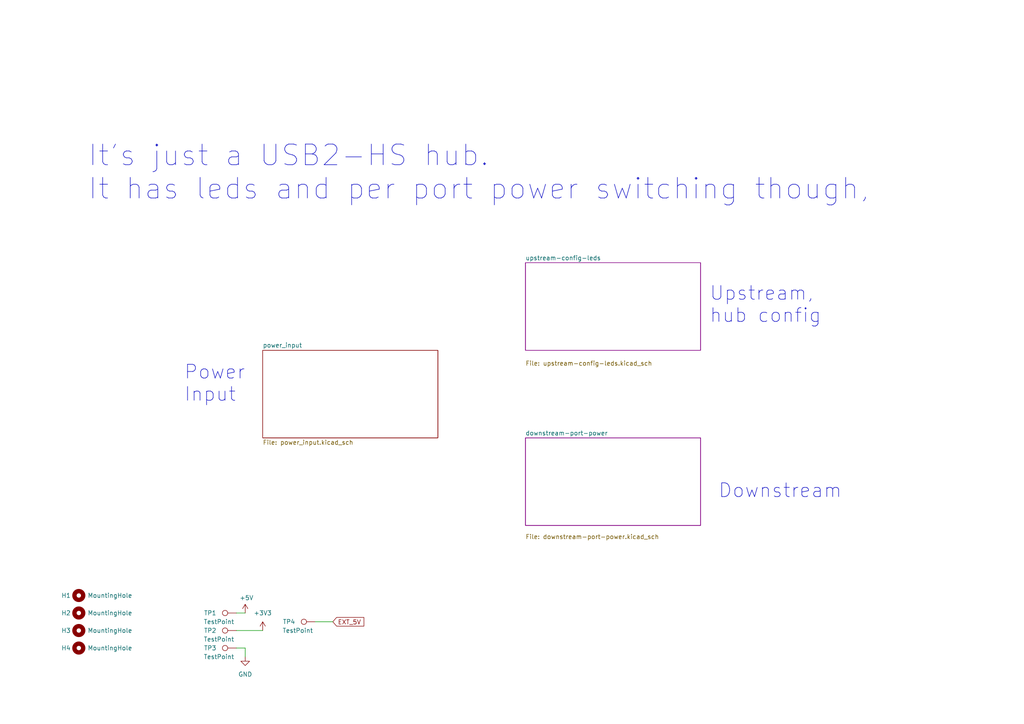
<source format=kicad_sch>
(kicad_sch (version 20211123) (generator eeschema)
  (paper "A4")
  (title_block (title "Hubbish: Cascading per port controllable USB hub") (date "2022-10-26") (comment 1 "intended for controlling libopencm3 regression test boards") (comment 2 "three double ports for test targets w/ user usb") (comment 3 "one up, one down") (comment 4 "github.com/karlp/hubbish"))
  (lib_symbols
    (symbol "Connector:TestPoint" (pin_numbers hide) (pin_names (offset 0.762) hide)
      (property "Reference" "TP" (at 0 6.858 0))
      (property "Value" "TestPoint" (at 0 5.08 0))
      (symbol "TestPoint_0_1"
        (circle (center 0 3.302) (radius 0.762))
      )
      (symbol "TestPoint_1_1"
        (pin passive line (at 0 0 90) (length 2.54) (name "1") (number "1"))
      )
    )
    (symbol "Mechanical:MountingHole" (pin_names (offset 1.016))
      (property "Reference" "H" (at 0 5.08 0))
      (property "Value" "MountingHole" (at 0 3.175 0))
      (symbol "MountingHole_0_1"
        (circle (center 0 0) (radius 1.27) (stroke (width 1.27)))
      )
    )
    (symbol "power:+3V3" (power) (pin_names (offset 0))
      (property "Value" "+3V3" (at 0 3.556 0))
      (symbol "+3V3_0_1"
        (polyline (pts (xy -0.762 1.27) (xy 0 2.54)))
        (polyline (pts (xy 0 0) (xy 0 2.54)))
        (polyline (pts (xy 0 2.54) (xy 0.762 1.27)))
      )
      (symbol "+3V3_1_1"
        (pin power_in line (at 0 0 90) (length 0) hide (name "+3V3") (number "1"))
      )
    )
    (symbol "power:+5V" (power) (pin_names (offset 0))
      (property "Value" "+5V" (at 0 3.556 0))
      (symbol "+5V_0_1"
        (polyline (pts (xy -0.762 1.27) (xy 0 2.54)))
        (polyline (pts (xy 0 0) (xy 0 2.54)))
        (polyline (pts (xy 0 2.54) (xy 0.762 1.27)))
      )
      (symbol "+5V_1_1"
        (pin power_in line (at 0 0 90) (length 0) hide (name "+5V") (number "1"))
      )
    )
    (symbol "power:GND" (power) (pin_names (offset 0))
      (property "Value" "GND" (at 0 -3.81 0))
      (symbol "GND_0_1"
        (polyline (pts (xy 0 0) (xy 0 -1.27) (xy 1.27 -1.27) (xy 0 -2.54) (xy -1.27 -1.27) (xy 0 -1.27)))
      )
      (symbol "GND_1_1"
        (pin power_in line (at 0 0 270) (length 0) hide (name "GND") (number "1"))
      )
    )
  )
  (wire (pts (xy 68.58 177.8) (xy 71.12 177.8)))
  (wire (pts (xy 91.44 180.34) (xy 96.52 180.34)))
  (wire (pts (xy 68.58 187.96) (xy 71.12 187.96)))
  (wire (pts (xy 68.58 182.88) (xy 76.2 182.88)))
  (wire (pts (xy 71.12 187.96) (xy 71.12 190.5)))
  (text "Upstream, \nhub config" (at 205.74 93.98 0) (effects (font (size 4 4)) (justify left bottom)))
  (text "Downstream" (at 208.28 144.78 0) (effects (font (size 4 4)) (justify left bottom)))
  (text "Power\nInput" (at 53.34 116.84 0) (effects (font (size 4 4)) (justify left bottom)))
  (text "It's just a USB2-HS hub.\nIt has leds and per port power switching though,\n" (at 25.4 58.42 0) (effects (font (size 5.994 5.994)) (justify left bottom)))
  (global_label "EXT_5V" (shape input) (at 96.52 180.34 0) (property "Intersheet References" "${INTERSHEET_REFS}" (effects hide)))
  (symbol (lib_id "Mechanical:MountingHole") (at 22.86 172.72 0) (unit 1)
    (property "Reference" "H1" (at 17.78 172.72 0) (effects (justify left)))
    (property "Value" "MountingHole" (at 25.4 172.72 0) (effects (justify left)))
    (property "Footprint" "MountingHole:MountingHole_3.2mm_M3" (effects hide))
    (property "DNP" "1" (effects hide))
  )
  (symbol (lib_id "Mechanical:MountingHole") (at 22.86 177.8 0) (unit 1)
    (property "Reference" "H2" (at 17.78 177.8 0) (effects (justify left)))
    (property "Value" "MountingHole" (at 25.4 177.8 0) (effects (justify left)))
    (property "Footprint" "MountingHole:MountingHole_3.2mm_M3" (effects hide))
    (property "DNP" "1" (effects hide))
  )
  (symbol (lib_id "Mechanical:MountingHole") (at 22.86 182.88 0) (unit 1)
    (property "Reference" "H3" (at 17.78 182.88 0) (effects (justify left)))
    (property "Value" "MountingHole" (at 25.4 182.88 0) (effects (justify left)))
    (property "Footprint" "MountingHole:MountingHole_3.2mm_M3" (effects hide))
    (property "DNP" "1" (effects hide))
  )
  (symbol (lib_id "Mechanical:MountingHole") (at 22.86 187.96 0) (unit 1)
    (property "Reference" "H4" (at 17.78 187.96 0) (effects (justify left)))
    (property "Value" "MountingHole" (at 25.4 187.96 0) (effects (justify left)))
    (property "Footprint" "MountingHole:MountingHole_3.2mm_M3" (effects hide))
    (property "DNP" "1" (effects hide))
  )
  (symbol (lib_id "power:+3V3") (at 76.2 182.88 0) (unit 1)
    (property "Reference" "#PWR03" (effects hide))
    (property "Value" "+3V3" (at 76.2 177.8 0))
  )
  (symbol (lib_id "Connector:TestPoint") (at 68.58 187.96 90) (unit 1)
    (property "Reference" "TP3" (at 60.96 187.96 90))
    (property "Value" "TestPoint" (at 63.5 190.5 90))
    (property "Footprint" "et-parts:TestPoint_Plated_Hole_0.6_D0.8mm" (effects hide))
    (property "DNP" "1" (effects hide))
  )
  (symbol (lib_id "Connector:TestPoint") (at 68.58 182.88 90) (unit 1)
    (property "Reference" "TP2" (at 60.96 182.88 90))
    (property "Value" "TestPoint" (at 63.5 185.42 90))
    (property "Footprint" "et-parts:TestPoint_Plated_Hole_0.6_D0.8mm" (effects hide))
    (property "DNP" "1" (effects hide))
  )
  (symbol (lib_id "Connector:TestPoint") (at 91.44 180.34 90) (unit 1)
    (property "Reference" "TP4" (at 83.82 180.34 90))
    (property "Value" "TestPoint" (at 86.36 182.88 90))
    (property "Footprint" "et-parts:TestPoint_Plated_Hole_0.6_D0.8mm" (effects hide))
    (property "DNP" "1" (effects hide))
  )
  (symbol (lib_id "Connector:TestPoint") (at 68.58 177.8 90) (unit 1)
    (property "Reference" "TP1" (at 60.96 177.8 90))
    (property "Value" "TestPoint" (at 63.5 180.34 90))
    (property "Footprint" "et-parts:TestPoint_Plated_Hole_0.6_D0.8mm" (effects hide))
    (property "DNP" "1" (effects hide))
  )
  (symbol (lib_id "power:GND") (at 71.12 190.5 0) (unit 1)
    (property "Reference" "#PWR02" (effects hide))
    (property "Value" "GND" (at 71.12 195.58 0))
  )
  (symbol (lib_id "power:+5V") (at 71.12 177.8 0) (unit 1)
    (property "Reference" "#PWR01" (effects hide))
    (property "Value" "+5V" (at 71.501 173.4058 0))
  )
  (sheet (at 152.4 76.2) (size 50.8 25.4) (stroke (width 0.1524) (color 132 0 132 1)) (fill (color 255 255 255 0.0000))
    (property "Sheet name" "upstream-config-leds" (at 152.4 75.5645 0) (effects (justify left bottom)))
    (property "Sheet file" "upstream-config-leds.kicad_sch" (at 152.4 104.6485 0) (effects (justify left top)))
  )
  (sheet (at 152.4 127) (size 50.8 25.4) (stroke (width 0.1524) (color 132 0 132 1)) (fill (color 255 255 255 0.0000))
    (property "Sheet name" "downstream-port-power" (at 152.4 126.3645 0) (effects (justify left bottom)))
    (property "Sheet file" "downstream-port-power.kicad_sch" (at 152.4 154.94 0) (effects (justify left top)))
  )
  (sheet (at 76.2 101.6) (size 50.8 25.4) (stroke (width 0.1524))
    (property "Sheet name" "power_input" (at 76.2 100.8884 0) (effects (justify left bottom)))
    (property "Sheet file" "power_input.kicad_sch" (at 76.2 127.5846 0) (effects (justify left top)))
  )
)
</source>
